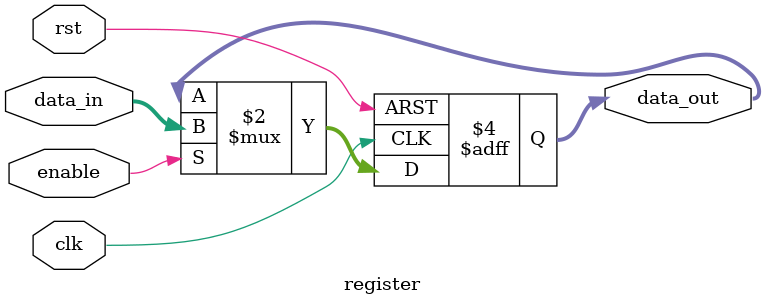
<source format=v>
module register (
    input clk,
    input rst,
    input [31:0] data_in,
    input enable,
    output reg [31:0] data_out
);

    always @(posedge clk or posedge rst) begin
        if (rst)
            data_out <= 32'b0;
        else if(enable)
            data_out <= data_in;
    end

endmodule
</source>
